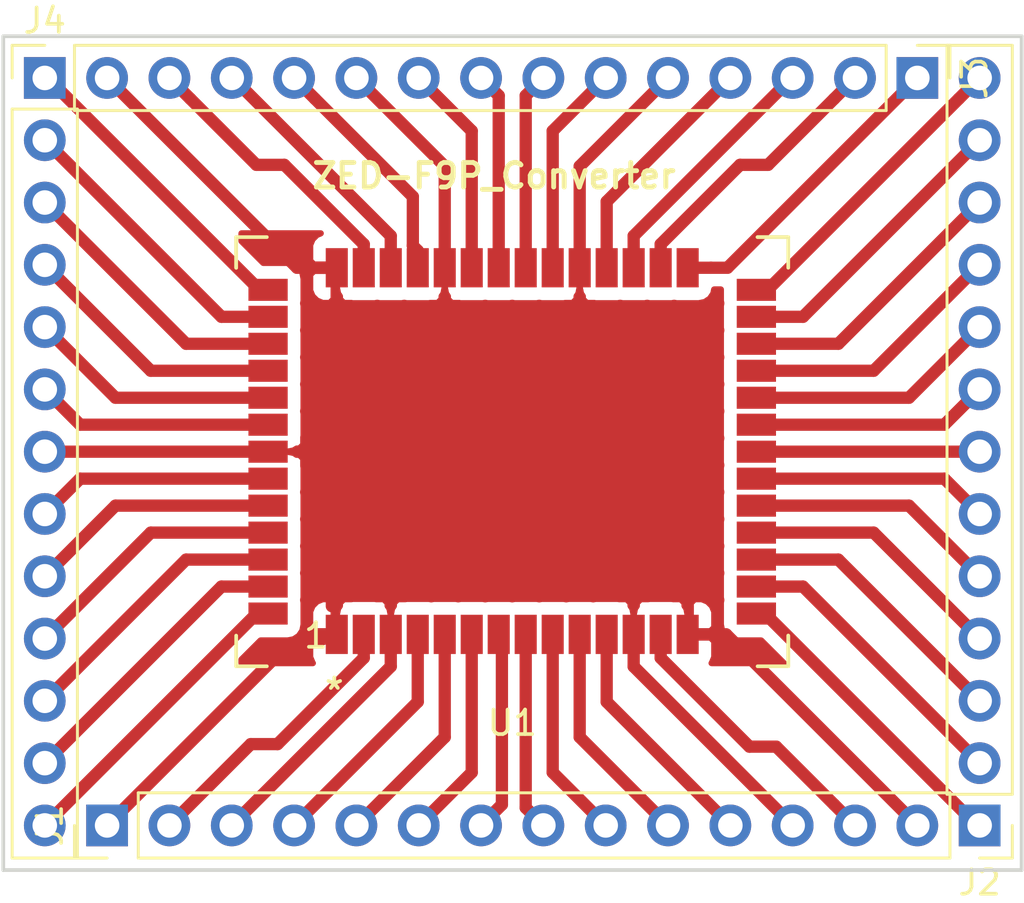
<source format=kicad_pcb>
(kicad_pcb (version 20171130) (host pcbnew "(5.0.2)-1")

  (general
    (thickness 1.6)
    (drawings 5)
    (tracks 134)
    (zones 0)
    (modules 5)
    (nets 48)
  )

  (page A4)
  (title_block
    (title ZED-F9P_Converter)
    (date 2020-04-05)
    (rev 1.0)
    (company Mechatroman)
  )

  (layers
    (0 F.Cu signal)
    (31 B.Cu signal)
    (32 B.Adhes user)
    (33 F.Adhes user)
    (34 B.Paste user)
    (35 F.Paste user)
    (36 B.SilkS user)
    (37 F.SilkS user)
    (38 B.Mask user)
    (39 F.Mask user)
    (40 Dwgs.User user)
    (41 Cmts.User user)
    (42 Eco1.User user)
    (43 Eco2.User user)
    (44 Edge.Cuts user)
    (45 Margin user)
    (46 B.CrtYd user)
    (47 F.CrtYd user)
    (48 B.Fab user)
    (49 F.Fab user hide)
  )

  (setup
    (last_trace_width 0.25)
    (user_trace_width 0.25)
    (user_trace_width 0.35)
    (user_trace_width 0.4)
    (user_trace_width 0.45)
    (user_trace_width 0.5)
    (trace_clearance 0.2)
    (zone_clearance 0.508)
    (zone_45_only no)
    (trace_min 0.2)
    (segment_width 0.2)
    (edge_width 0.15)
    (via_size 0.8)
    (via_drill 0.4)
    (via_min_size 0.4)
    (via_min_drill 0.3)
    (uvia_size 0.3)
    (uvia_drill 0.1)
    (uvias_allowed no)
    (uvia_min_size 0.2)
    (uvia_min_drill 0.1)
    (pcb_text_width 0.3)
    (pcb_text_size 1.5 1.5)
    (mod_edge_width 0.15)
    (mod_text_size 1 1)
    (mod_text_width 0.15)
    (pad_size 1.524 1.524)
    (pad_drill 0.762)
    (pad_to_mask_clearance 0.051)
    (solder_mask_min_width 0.25)
    (aux_axis_origin 0 0)
    (visible_elements 7FFFFFFF)
    (pcbplotparams
      (layerselection 0x01000_7fffffff)
      (usegerberextensions false)
      (usegerberattributes false)
      (usegerberadvancedattributes false)
      (creategerberjobfile false)
      (excludeedgelayer true)
      (linewidth 0.100000)
      (plotframeref false)
      (viasonmask false)
      (mode 1)
      (useauxorigin false)
      (hpglpennumber 1)
      (hpglpenspeed 20)
      (hpglpendiameter 15.000000)
      (psnegative false)
      (psa4output false)
      (plotreference true)
      (plotvalue true)
      (plotinvisibletext false)
      (padsonsilk false)
      (subtractmaskfromsilk false)
      (outputformat 1)
      (mirror false)
      (drillshape 0)
      (scaleselection 1)
      (outputdirectory ""))
  )

  (net 0 "")
  (net 1 "Net-(J1-Pad2)")
  (net 2 "Net-(J1-Pad4)")
  (net 3 "Net-(J1-Pad5)")
  (net 4 "Net-(J1-Pad6)")
  (net 5 "Net-(J1-Pad7)")
  (net 6 "Net-(J1-Pad8)")
  (net 7 "Net-(J1-Pad9)")
  (net 8 "Net-(J1-Pad10)")
  (net 9 "Net-(J1-Pad11)")
  (net 10 "Net-(J1-Pad13)")
  (net 11 "Net-(J2-Pad1)")
  (net 12 "Net-(J2-Pad2)")
  (net 13 "Net-(J2-Pad3)")
  (net 14 "Net-(J2-Pad4)")
  (net 15 "Net-(J2-Pad5)")
  (net 16 "Net-(J2-Pad6)")
  (net 17 "Net-(J2-Pad7)")
  (net 18 "Net-(J2-Pad8)")
  (net 19 "Net-(J2-Pad9)")
  (net 20 "Net-(J2-Pad10)")
  (net 21 "Net-(J2-Pad11)")
  (net 22 "Net-(J2-Pad12)")
  (net 23 "Net-(J2-Pad13)")
  (net 24 "Net-(J3-Pad13)")
  (net 25 "Net-(J3-Pad12)")
  (net 26 "Net-(J3-Pad11)")
  (net 27 "Net-(J3-Pad9)")
  (net 28 "Net-(J3-Pad8)")
  (net 29 "Net-(J3-Pad7)")
  (net 30 "Net-(J3-Pad6)")
  (net 31 "Net-(J3-Pad4)")
  (net 32 "Net-(J3-Pad3)")
  (net 33 "Net-(J3-Pad2)")
  (net 34 "Net-(J3-Pad1)")
  (net 35 "Net-(J4-Pad13)")
  (net 36 "Net-(J4-Pad12)")
  (net 37 "Net-(J4-Pad11)")
  (net 38 "Net-(J4-Pad10)")
  (net 39 "Net-(J4-Pad9)")
  (net 40 "Net-(J4-Pad8)")
  (net 41 "Net-(J4-Pad6)")
  (net 42 "Net-(J4-Pad5)")
  (net 43 "Net-(J4-Pad4)")
  (net 44 "Net-(J4-Pad3)")
  (net 45 "Net-(J4-Pad2)")
  (net 46 "Net-(J4-Pad1)")
  (net 47 GND)

  (net_class Default "これはデフォルトのネット クラスです。"
    (clearance 0.2)
    (trace_width 0.25)
    (via_dia 0.8)
    (via_drill 0.4)
    (uvia_dia 0.3)
    (uvia_drill 0.1)
    (add_net GND)
    (add_net "Net-(J1-Pad10)")
    (add_net "Net-(J1-Pad11)")
    (add_net "Net-(J1-Pad13)")
    (add_net "Net-(J1-Pad2)")
    (add_net "Net-(J1-Pad4)")
    (add_net "Net-(J1-Pad5)")
    (add_net "Net-(J1-Pad6)")
    (add_net "Net-(J1-Pad7)")
    (add_net "Net-(J1-Pad8)")
    (add_net "Net-(J1-Pad9)")
    (add_net "Net-(J2-Pad1)")
    (add_net "Net-(J2-Pad10)")
    (add_net "Net-(J2-Pad11)")
    (add_net "Net-(J2-Pad12)")
    (add_net "Net-(J2-Pad13)")
    (add_net "Net-(J2-Pad2)")
    (add_net "Net-(J2-Pad3)")
    (add_net "Net-(J2-Pad4)")
    (add_net "Net-(J2-Pad5)")
    (add_net "Net-(J2-Pad6)")
    (add_net "Net-(J2-Pad7)")
    (add_net "Net-(J2-Pad8)")
    (add_net "Net-(J2-Pad9)")
    (add_net "Net-(J3-Pad1)")
    (add_net "Net-(J3-Pad11)")
    (add_net "Net-(J3-Pad12)")
    (add_net "Net-(J3-Pad13)")
    (add_net "Net-(J3-Pad2)")
    (add_net "Net-(J3-Pad3)")
    (add_net "Net-(J3-Pad4)")
    (add_net "Net-(J3-Pad6)")
    (add_net "Net-(J3-Pad7)")
    (add_net "Net-(J3-Pad8)")
    (add_net "Net-(J3-Pad9)")
    (add_net "Net-(J4-Pad1)")
    (add_net "Net-(J4-Pad10)")
    (add_net "Net-(J4-Pad11)")
    (add_net "Net-(J4-Pad12)")
    (add_net "Net-(J4-Pad13)")
    (add_net "Net-(J4-Pad2)")
    (add_net "Net-(J4-Pad3)")
    (add_net "Net-(J4-Pad4)")
    (add_net "Net-(J4-Pad5)")
    (add_net "Net-(J4-Pad6)")
    (add_net "Net-(J4-Pad8)")
    (add_net "Net-(J4-Pad9)")
  )

  (module f9p:UBLOX_ZED_F9P (layer F.Cu) (tedit 5D9330BD) (tstamp 5E95E007)
    (at 143.24 114.44)
    (path /5E889DF9)
    (fp_text reference U1 (at 0 11.06) (layer F.SilkS)
      (effects (font (size 1 1) (thickness 0.15)))
    )
    (fp_text value Ublox_ZED_F9P (at 0 -11) (layer F.Fab)
      (effects (font (size 1 1) (thickness 0.15)))
    )
    (fp_line (start -11 -8.5) (end 11 -8.5) (layer F.Fab) (width 0.15))
    (fp_line (start -11 8.5) (end 11 8.5) (layer F.Fab) (width 0.15))
    (fp_line (start -11 8.5) (end -11 -8.5) (layer F.Fab) (width 0.15))
    (fp_line (start 11 8.5) (end 11 -8.5) (layer F.Fab) (width 0.15))
    (fp_line (start -11.25 7.5) (end -11.25 8.75) (layer F.SilkS) (width 0.15))
    (fp_line (start -11.25 8.75) (end -10 8.75) (layer F.SilkS) (width 0.15))
    (fp_line (start -11.25 -8.75) (end -11.25 -7.5) (layer F.SilkS) (width 0.15))
    (fp_line (start -11.25 -7.5) (end -11.25 -8.75) (layer F.SilkS) (width 0.15))
    (fp_line (start -11.25 -8.75) (end -10 -8.75) (layer F.SilkS) (width 0.15))
    (fp_line (start 11.25 -8.75) (end 11.25 -7.5) (layer F.SilkS) (width 0.15))
    (fp_line (start 11.25 -8.75) (end 10 -8.75) (layer F.SilkS) (width 0.15))
    (fp_line (start 10 -8.75) (end 11.25 -8.75) (layer F.SilkS) (width 0.15))
    (fp_line (start 11.25 8.75) (end 10 8.75) (layer F.SilkS) (width 0.15))
    (fp_line (start 11.25 7.5) (end 11.25 8.75) (layer F.SilkS) (width 0.15))
    (fp_line (start 11.25 8.75) (end 11.25 7.5) (layer F.SilkS) (width 0.15))
    (fp_text user 1 (at -8 7.5) (layer F.SilkS)
      (effects (font (size 1 1) (thickness 0.15)))
    )
    (fp_text user * (at -7.25 9.75) (layer F.SilkS)
      (effects (font (size 1 1) (thickness 0.15)))
    )
    (fp_line (start -11.5 9) (end -11.5 -9) (layer F.CrtYd) (width 0.15))
    (fp_line (start -11.5 -9) (end 11.5 -9) (layer F.CrtYd) (width 0.15))
    (fp_line (start 11.5 -9) (end 11.5 9) (layer F.CrtYd) (width 0.15))
    (fp_line (start 11.5 9) (end -11.5 9) (layer F.CrtYd) (width 0.15))
    (pad 0 smd rect (at 1.05 -5.25) (size 1.1 1.1) (layers F.Cu F.Paste F.Mask)
      (net 47 GND) (zone_connect 2))
    (pad 0 smd rect (at -3.15 -5.25) (size 1.1 1.1) (layers F.Cu F.Paste F.Mask)
      (net 47 GND) (zone_connect 2))
    (pad 0 smd rect (at 5.25 -5.25) (size 1.1 1.1) (layers F.Cu F.Paste F.Mask)
      (net 47 GND) (zone_connect 2))
    (pad 0 smd rect (at -1.05 -5.25) (size 1.1 1.1) (layers F.Cu F.Paste F.Mask)
      (net 47 GND) (zone_connect 2))
    (pad 0 smd rect (at -7.35 -5.25) (size 1.1 1.1) (layers F.Cu F.Paste F.Mask)
      (net 47 GND) (zone_connect 2))
    (pad 0 smd rect (at -5.25 -5.25) (size 1.1 1.1) (layers F.Cu F.Paste F.Mask)
      (net 47 GND) (zone_connect 2))
    (pad 0 smd rect (at 3.15 -5.25) (size 1.1 1.1) (layers F.Cu F.Paste F.Mask)
      (net 47 GND) (zone_connect 2))
    (pad 0 smd rect (at 7.35 -5.25) (size 1.1 1.1) (layers F.Cu F.Paste F.Mask)
      (net 47 GND) (zone_connect 2))
    (pad 0 smd rect (at -1.05 -3.15) (size 1.1 1.1) (layers F.Cu F.Paste F.Mask)
      (net 47 GND) (zone_connect 2))
    (pad 0 smd rect (at 7.35 -3.15) (size 1.1 1.1) (layers F.Cu F.Paste F.Mask)
      (net 47 GND) (zone_connect 2))
    (pad 0 smd rect (at 1.05 -3.15) (size 1.1 1.1) (layers F.Cu F.Paste F.Mask)
      (net 47 GND) (zone_connect 2))
    (pad 0 smd rect (at -3.15 -3.15) (size 1.1 1.1) (layers F.Cu F.Paste F.Mask)
      (net 47 GND) (zone_connect 2))
    (pad 0 smd rect (at 5.25 -3.15) (size 1.1 1.1) (layers F.Cu F.Paste F.Mask)
      (net 47 GND) (zone_connect 2))
    (pad 0 smd rect (at -7.35 -3.15) (size 1.1 1.1) (layers F.Cu F.Paste F.Mask)
      (net 47 GND) (zone_connect 2))
    (pad 0 smd rect (at 3.15 -3.15) (size 1.1 1.1) (layers F.Cu F.Paste F.Mask)
      (net 47 GND) (zone_connect 2))
    (pad 0 smd rect (at -5.25 -3.15) (size 1.1 1.1) (layers F.Cu F.Paste F.Mask)
      (net 47 GND) (zone_connect 2))
    (pad 0 smd rect (at -3.15 -1.05) (size 1.1 1.1) (layers F.Cu F.Paste F.Mask)
      (net 47 GND) (zone_connect 2))
    (pad 0 smd rect (at 5.25 -1.05) (size 1.1 1.1) (layers F.Cu F.Paste F.Mask)
      (net 47 GND) (zone_connect 2))
    (pad 0 smd rect (at -7.35 -1.05) (size 1.1 1.1) (layers F.Cu F.Paste F.Mask)
      (net 47 GND) (zone_connect 2))
    (pad 0 smd rect (at 1.05 -1.05) (size 1.1 1.1) (layers F.Cu F.Paste F.Mask)
      (net 47 GND) (zone_connect 2))
    (pad 0 smd rect (at 7.35 -1.05) (size 1.1 1.1) (layers F.Cu F.Paste F.Mask)
      (net 47 GND) (zone_connect 2))
    (pad 0 smd rect (at 3.15 -1.05) (size 1.1 1.1) (layers F.Cu F.Paste F.Mask)
      (net 47 GND) (zone_connect 2))
    (pad 0 smd rect (at -1.05 -1.05) (size 1.1 1.1) (layers F.Cu F.Paste F.Mask)
      (net 47 GND) (zone_connect 2))
    (pad 0 smd rect (at -5.25 -1.05) (size 1.1 1.1) (layers F.Cu F.Paste F.Mask)
      (net 47 GND) (zone_connect 2))
    (pad 0 smd rect (at -3.15 1.05) (size 1.1 1.1) (layers F.Cu F.Paste F.Mask)
      (net 47 GND) (zone_connect 2))
    (pad 0 smd rect (at 1.05 1.05) (size 1.1 1.1) (layers F.Cu F.Paste F.Mask)
      (net 47 GND) (zone_connect 2))
    (pad 0 smd rect (at 5.25 1.05) (size 1.1 1.1) (layers F.Cu F.Paste F.Mask)
      (net 47 GND) (zone_connect 2))
    (pad 0 smd rect (at 7.35 1.05) (size 1.1 1.1) (layers F.Cu F.Paste F.Mask)
      (net 47 GND) (zone_connect 2))
    (pad 0 smd rect (at -1.05 1.05) (size 1.1 1.1) (layers F.Cu F.Paste F.Mask)
      (net 47 GND) (zone_connect 2))
    (pad 0 smd rect (at -7.35 1.05) (size 1.1 1.1) (layers F.Cu F.Paste F.Mask)
      (net 47 GND) (zone_connect 2))
    (pad 0 smd rect (at -5.25 1.05) (size 1.1 1.1) (layers F.Cu F.Paste F.Mask)
      (net 47 GND) (zone_connect 2))
    (pad 0 smd rect (at 3.15 1.05) (size 1.1 1.1) (layers F.Cu F.Paste F.Mask)
      (net 47 GND) (zone_connect 2))
    (pad 0 smd rect (at -3.15 3.15) (size 1.1 1.1) (layers F.Cu F.Paste F.Mask)
      (net 47 GND) (zone_connect 2))
    (pad 0 smd rect (at 1.05 3.15) (size 1.1 1.1) (layers F.Cu F.Paste F.Mask)
      (net 47 GND) (zone_connect 2))
    (pad 0 smd rect (at -1.05 3.15) (size 1.1 1.1) (layers F.Cu F.Paste F.Mask)
      (net 47 GND) (zone_connect 2))
    (pad 0 smd rect (at -7.35 3.15) (size 1.1 1.1) (layers F.Cu F.Paste F.Mask)
      (net 47 GND) (zone_connect 2))
    (pad 0 smd rect (at 5.25 3.15) (size 1.1 1.1) (layers F.Cu F.Paste F.Mask)
      (net 47 GND) (zone_connect 2))
    (pad 0 smd rect (at 7.35 3.15) (size 1.1 1.1) (layers F.Cu F.Paste F.Mask)
      (net 47 GND) (zone_connect 2))
    (pad 0 smd rect (at -5.25 3.15) (size 1.1 1.1) (layers F.Cu F.Paste F.Mask)
      (net 47 GND) (zone_connect 2))
    (pad 0 smd rect (at 3.15 3.15) (size 1.1 1.1) (layers F.Cu F.Paste F.Mask)
      (net 47 GND) (zone_connect 2))
    (pad 0 smd rect (at 7.35 5.25) (size 1.1 1.1) (layers F.Cu F.Paste F.Mask)
      (net 47 GND) (zone_connect 2))
    (pad 0 smd rect (at 5.25 5.25) (size 1.1 1.1) (layers F.Cu F.Paste F.Mask)
      (net 47 GND) (zone_connect 2))
    (pad 0 smd rect (at 3.15 5.25) (size 1.1 1.1) (layers F.Cu F.Paste F.Mask)
      (net 47 GND) (zone_connect 2))
    (pad 0 smd rect (at 1.05 5.25) (size 1.1 1.1) (layers F.Cu F.Paste F.Mask)
      (net 47 GND) (zone_connect 2))
    (pad 0 smd rect (at -1.05 5.25) (size 1.1 1.1) (layers F.Cu F.Paste F.Mask)
      (net 47 GND) (zone_connect 2))
    (pad 0 smd rect (at -3.15 5.25) (size 1.1 1.1) (layers F.Cu F.Paste F.Mask)
      (net 47 GND) (zone_connect 2))
    (pad 0 smd rect (at -5.25 5.25) (size 1.1 1.1) (layers F.Cu F.Paste F.Mask)
      (net 47 GND) (zone_connect 2))
    (pad 0 smd rect (at -7.35 5.25) (size 1.1 1.1) (layers F.Cu F.Paste F.Mask)
      (net 47 GND) (zone_connect 2))
    (pad 52 smd rect (at -9.95 4.4) (size 1.6 0.9) (layers F.Cu F.Paste F.Mask)
      (net 37 "Net-(J4-Pad11)"))
    (pad 42 smd rect (at -9.95 -6.6) (size 1.6 0.9) (layers F.Cu F.Paste F.Mask)
      (net 46 "Net-(J4-Pad1)"))
    (pad 47 smd rect (at -9.95 -1.1) (size 1.6 0.9) (layers F.Cu F.Paste F.Mask)
      (net 41 "Net-(J4-Pad6)"))
    (pad 49 smd rect (at -9.95 1.1) (size 1.6 0.9) (layers F.Cu F.Paste F.Mask)
      (net 40 "Net-(J4-Pad8)"))
    (pad 44 smd rect (at -9.95 -4.4) (size 1.6 0.9) (layers F.Cu F.Paste F.Mask)
      (net 44 "Net-(J4-Pad3)"))
    (pad 46 smd rect (at -9.95 -2.2) (size 1.6 0.9) (layers F.Cu F.Paste F.Mask)
      (net 42 "Net-(J4-Pad5)"))
    (pad 54 smd rect (at -9.95 6.6) (size 1.6 0.9) (layers F.Cu F.Paste F.Mask)
      (net 35 "Net-(J4-Pad13)"))
    (pad 48 smd rect (at -9.95 0) (size 1.6 0.9) (layers F.Cu F.Paste F.Mask)
      (net 47 GND))
    (pad 45 smd rect (at -9.95 -3.3) (size 1.6 0.9) (layers F.Cu F.Paste F.Mask)
      (net 43 "Net-(J4-Pad4)"))
    (pad 50 smd rect (at -9.95 2.2) (size 1.6 0.9) (layers F.Cu F.Paste F.Mask)
      (net 39 "Net-(J4-Pad9)"))
    (pad 53 smd rect (at -9.95 5.5) (size 1.6 0.9) (layers F.Cu F.Paste F.Mask)
      (net 36 "Net-(J4-Pad12)"))
    (pad 51 smd rect (at -9.95 3.3) (size 1.6 0.9) (layers F.Cu F.Paste F.Mask)
      (net 38 "Net-(J4-Pad10)"))
    (pad 43 smd rect (at -9.95 -5.5) (size 1.6 0.9) (layers F.Cu F.Paste F.Mask)
      (net 45 "Net-(J4-Pad2)"))
    (pad 27 smd rect (at 9.95 -6.6) (size 1.6 0.9) (layers F.Cu F.Paste F.Mask)
      (net 23 "Net-(J2-Pad13)"))
    (pad 26 smd rect (at 9.95 -5.5) (size 1.6 0.9) (layers F.Cu F.Paste F.Mask)
      (net 22 "Net-(J2-Pad12)"))
    (pad 25 smd rect (at 9.95 -4.4) (size 1.6 0.9) (layers F.Cu F.Paste F.Mask)
      (net 21 "Net-(J2-Pad11)"))
    (pad 24 smd rect (at 9.95 -3.3) (size 1.6 0.9) (layers F.Cu F.Paste F.Mask)
      (net 20 "Net-(J2-Pad10)"))
    (pad 23 smd rect (at 9.95 -2.2) (size 1.6 0.9) (layers F.Cu F.Paste F.Mask)
      (net 19 "Net-(J2-Pad9)"))
    (pad 22 smd rect (at 9.95 -1.1) (size 1.6 0.9) (layers F.Cu F.Paste F.Mask)
      (net 18 "Net-(J2-Pad8)"))
    (pad 21 smd rect (at 9.95 0) (size 1.6 0.9) (layers F.Cu F.Paste F.Mask)
      (net 17 "Net-(J2-Pad7)"))
    (pad 20 smd rect (at 9.95 1.1) (size 1.6 0.9) (layers F.Cu F.Paste F.Mask)
      (net 16 "Net-(J2-Pad6)"))
    (pad 19 smd rect (at 9.95 2.2) (size 1.6 0.9) (layers F.Cu F.Paste F.Mask)
      (net 15 "Net-(J2-Pad5)"))
    (pad 18 smd rect (at 9.95 3.3) (size 1.6 0.9) (layers F.Cu F.Paste F.Mask)
      (net 14 "Net-(J2-Pad4)"))
    (pad 17 smd rect (at 9.95 4.4) (size 1.6 0.9) (layers F.Cu F.Paste F.Mask)
      (net 13 "Net-(J2-Pad3)"))
    (pad 16 smd rect (at 9.95 5.5) (size 1.6 0.9) (layers F.Cu F.Paste F.Mask)
      (net 12 "Net-(J2-Pad2)"))
    (pad 15 smd rect (at 9.95 6.6) (size 1.6 0.9) (layers F.Cu F.Paste F.Mask)
      (net 11 "Net-(J2-Pad1)"))
    (pad 33 smd rect (at 1.65 -7.5) (size 0.9 1.6) (layers F.Cu F.Paste F.Mask)
      (net 30 "Net-(J3-Pad6)"))
    (pad 34 smd rect (at 0.55 -7.5) (size 0.9 1.6) (layers F.Cu F.Paste F.Mask)
      (net 29 "Net-(J3-Pad7)"))
    (pad 35 smd rect (at -0.55 -7.5) (size 0.9 1.6) (layers F.Cu F.Paste F.Mask)
      (net 28 "Net-(J3-Pad8)"))
    (pad 37 smd rect (at -2.75 -7.5) (size 0.9 1.6) (layers F.Cu F.Paste F.Mask)
      (net 47 GND))
    (pad 32 smd rect (at 2.75 -7.5) (size 0.9 1.6) (layers F.Cu F.Paste F.Mask)
      (net 47 GND))
    (pad 39 smd rect (at -4.95 -7.5) (size 0.9 1.6) (layers F.Cu F.Paste F.Mask)
      (net 25 "Net-(J3-Pad12)"))
    (pad 38 smd rect (at -3.85 -7.5) (size 0.9 1.6) (layers F.Cu F.Paste F.Mask)
      (net 26 "Net-(J3-Pad11)"))
    (pad 28 smd rect (at 7.15 -7.5) (size 0.9 1.6) (layers F.Cu F.Paste F.Mask)
      (net 34 "Net-(J3-Pad1)"))
    (pad 41 smd rect (at -7.15 -7.5) (size 0.9 1.6) (layers F.Cu F.Paste F.Mask)
      (net 47 GND))
    (pad 40 smd rect (at -6.05 -7.5) (size 0.9 1.6) (layers F.Cu F.Paste F.Mask)
      (net 24 "Net-(J3-Pad13)"))
    (pad 29 smd rect (at 6.05 -7.5) (size 0.9 1.6) (layers F.Cu F.Paste F.Mask)
      (net 33 "Net-(J3-Pad2)"))
    (pad 36 smd rect (at -1.65 -7.5) (size 0.9 1.6) (layers F.Cu F.Paste F.Mask)
      (net 27 "Net-(J3-Pad9)"))
    (pad 31 smd rect (at 3.85 -7.5) (size 0.9 1.6) (layers F.Cu F.Paste F.Mask)
      (net 31 "Net-(J3-Pad4)"))
    (pad 30 smd rect (at 4.95 -7.5) (size 0.9 1.6) (layers F.Cu F.Paste F.Mask)
      (net 32 "Net-(J3-Pad3)"))
    (pad 14 smd rect (at 7.15 7.45) (size 0.9 1.6) (layers F.Cu F.Paste F.Mask)
      (net 47 GND))
    (pad 13 smd rect (at 6.05 7.45) (size 0.9 1.6) (layers F.Cu F.Paste F.Mask)
      (net 10 "Net-(J1-Pad13)"))
    (pad 12 smd rect (at 4.95 7.45) (size 0.9 1.6) (layers F.Cu F.Paste F.Mask)
      (net 47 GND))
    (pad 11 smd rect (at 3.85 7.45) (size 0.9 1.6) (layers F.Cu F.Paste F.Mask)
      (net 9 "Net-(J1-Pad11)"))
    (pad 10 smd rect (at 2.75 7.45) (size 0.9 1.6) (layers F.Cu F.Paste F.Mask)
      (net 8 "Net-(J1-Pad10)"))
    (pad 9 smd rect (at 1.65 7.45) (size 0.9 1.6) (layers F.Cu F.Paste F.Mask)
      (net 7 "Net-(J1-Pad9)"))
    (pad 8 smd rect (at 0.55 7.45) (size 0.9 1.6) (layers F.Cu F.Paste F.Mask)
      (net 6 "Net-(J1-Pad8)"))
    (pad 7 smd rect (at -0.55 7.45) (size 0.9 1.6) (layers F.Cu F.Paste F.Mask)
      (net 5 "Net-(J1-Pad7)"))
    (pad 6 smd rect (at -1.65 7.45) (size 0.9 1.6) (layers F.Cu F.Paste F.Mask)
      (net 4 "Net-(J1-Pad6)"))
    (pad 5 smd rect (at -2.75 7.45) (size 0.9 1.6) (layers F.Cu F.Paste F.Mask)
      (net 3 "Net-(J1-Pad5)"))
    (pad 4 smd rect (at -3.85 7.45) (size 0.9 1.6) (layers F.Cu F.Paste F.Mask)
      (net 2 "Net-(J1-Pad4)"))
    (pad 3 smd rect (at -4.95 7.45) (size 0.9 1.6) (layers F.Cu F.Paste F.Mask)
      (net 47 GND))
    (pad 2 smd rect (at -6.05 7.45) (size 0.9 1.6) (layers F.Cu F.Paste F.Mask)
      (net 1 "Net-(J1-Pad2)"))
    (pad 1 smd rect (at -7.15 7.45) (size 0.9 1.6) (layers F.Cu F.Paste F.Mask)
      (net 47 GND))
  )

  (module Connector_PinHeader_2.54mm:PinHeader_1x14_P2.54mm_Vertical (layer F.Cu) (tedit 59FED5CC) (tstamp 5EA2E514)
    (at 126.73 129.68 90)
    (descr "Through hole straight pin header, 1x14, 2.54mm pitch, single row")
    (tags "Through hole pin header THT 1x14 2.54mm single row")
    (path /5E88A845)
    (fp_text reference J1 (at 0 -2.33 90) (layer F.SilkS)
      (effects (font (size 1 1) (thickness 0.15)))
    )
    (fp_text value Conn_01x14 (at 0 35.35 90) (layer F.Fab)
      (effects (font (size 1 1) (thickness 0.15)))
    )
    (fp_line (start -0.635 -1.27) (end 1.27 -1.27) (layer F.Fab) (width 0.1))
    (fp_line (start 1.27 -1.27) (end 1.27 34.29) (layer F.Fab) (width 0.1))
    (fp_line (start 1.27 34.29) (end -1.27 34.29) (layer F.Fab) (width 0.1))
    (fp_line (start -1.27 34.29) (end -1.27 -0.635) (layer F.Fab) (width 0.1))
    (fp_line (start -1.27 -0.635) (end -0.635 -1.27) (layer F.Fab) (width 0.1))
    (fp_line (start -1.33 34.35) (end 1.33 34.35) (layer F.SilkS) (width 0.12))
    (fp_line (start -1.33 1.27) (end -1.33 34.35) (layer F.SilkS) (width 0.12))
    (fp_line (start 1.33 1.27) (end 1.33 34.35) (layer F.SilkS) (width 0.12))
    (fp_line (start -1.33 1.27) (end 1.33 1.27) (layer F.SilkS) (width 0.12))
    (fp_line (start -1.33 0) (end -1.33 -1.33) (layer F.SilkS) (width 0.12))
    (fp_line (start -1.33 -1.33) (end 0 -1.33) (layer F.SilkS) (width 0.12))
    (fp_line (start -1.8 -1.8) (end -1.8 34.8) (layer F.CrtYd) (width 0.05))
    (fp_line (start -1.8 34.8) (end 1.8 34.8) (layer F.CrtYd) (width 0.05))
    (fp_line (start 1.8 34.8) (end 1.8 -1.8) (layer F.CrtYd) (width 0.05))
    (fp_line (start 1.8 -1.8) (end -1.8 -1.8) (layer F.CrtYd) (width 0.05))
    (fp_text user %R (at 0 16.51 180) (layer F.Fab)
      (effects (font (size 1 1) (thickness 0.15)))
    )
    (pad 1 thru_hole rect (at 0 0 90) (size 1.7 1.7) (drill 1) (layers *.Cu *.Mask)
      (net 47 GND))
    (pad 2 thru_hole oval (at 0 2.54 90) (size 1.7 1.7) (drill 1) (layers *.Cu *.Mask)
      (net 1 "Net-(J1-Pad2)"))
    (pad 3 thru_hole oval (at 0 5.08 90) (size 1.7 1.7) (drill 1) (layers *.Cu *.Mask)
      (net 47 GND))
    (pad 4 thru_hole oval (at 0 7.62 90) (size 1.7 1.7) (drill 1) (layers *.Cu *.Mask)
      (net 2 "Net-(J1-Pad4)"))
    (pad 5 thru_hole oval (at 0 10.16 90) (size 1.7 1.7) (drill 1) (layers *.Cu *.Mask)
      (net 3 "Net-(J1-Pad5)"))
    (pad 6 thru_hole oval (at 0 12.7 90) (size 1.7 1.7) (drill 1) (layers *.Cu *.Mask)
      (net 4 "Net-(J1-Pad6)"))
    (pad 7 thru_hole oval (at 0 15.24 90) (size 1.7 1.7) (drill 1) (layers *.Cu *.Mask)
      (net 5 "Net-(J1-Pad7)"))
    (pad 8 thru_hole oval (at 0 17.78 90) (size 1.7 1.7) (drill 1) (layers *.Cu *.Mask)
      (net 6 "Net-(J1-Pad8)"))
    (pad 9 thru_hole oval (at 0 20.32 90) (size 1.7 1.7) (drill 1) (layers *.Cu *.Mask)
      (net 7 "Net-(J1-Pad9)"))
    (pad 10 thru_hole oval (at 0 22.86 90) (size 1.7 1.7) (drill 1) (layers *.Cu *.Mask)
      (net 8 "Net-(J1-Pad10)"))
    (pad 11 thru_hole oval (at 0 25.4 90) (size 1.7 1.7) (drill 1) (layers *.Cu *.Mask)
      (net 9 "Net-(J1-Pad11)"))
    (pad 12 thru_hole oval (at 0 27.94 90) (size 1.7 1.7) (drill 1) (layers *.Cu *.Mask)
      (net 47 GND))
    (pad 13 thru_hole oval (at 0 30.48 90) (size 1.7 1.7) (drill 1) (layers *.Cu *.Mask)
      (net 10 "Net-(J1-Pad13)"))
    (pad 14 thru_hole oval (at 0 33.02 90) (size 1.7 1.7) (drill 1) (layers *.Cu *.Mask)
      (net 47 GND))
    (model ${KISYS3DMOD}/Connector_PinHeader_2.54mm.3dshapes/PinHeader_1x14_P2.54mm_Vertical.wrl
      (at (xyz 0 0 0))
      (scale (xyz 1 1 1))
      (rotate (xyz 0 0 0))
    )
  )

  (module Connector_PinHeader_2.54mm:PinHeader_1x13_P2.54mm_Vertical (layer F.Cu) (tedit 59FED5CC) (tstamp 5EA2E535)
    (at 162.29 129.68 180)
    (descr "Through hole straight pin header, 1x13, 2.54mm pitch, single row")
    (tags "Through hole pin header THT 1x13 2.54mm single row")
    (path /5E88A97D)
    (fp_text reference J2 (at 0 -2.33 180) (layer F.SilkS)
      (effects (font (size 1 1) (thickness 0.15)))
    )
    (fp_text value Conn_01x13 (at 0 32.81 180) (layer F.Fab)
      (effects (font (size 1 1) (thickness 0.15)))
    )
    (fp_line (start -0.635 -1.27) (end 1.27 -1.27) (layer F.Fab) (width 0.1))
    (fp_line (start 1.27 -1.27) (end 1.27 31.75) (layer F.Fab) (width 0.1))
    (fp_line (start 1.27 31.75) (end -1.27 31.75) (layer F.Fab) (width 0.1))
    (fp_line (start -1.27 31.75) (end -1.27 -0.635) (layer F.Fab) (width 0.1))
    (fp_line (start -1.27 -0.635) (end -0.635 -1.27) (layer F.Fab) (width 0.1))
    (fp_line (start -1.33 31.81) (end 1.33 31.81) (layer F.SilkS) (width 0.12))
    (fp_line (start -1.33 1.27) (end -1.33 31.81) (layer F.SilkS) (width 0.12))
    (fp_line (start 1.33 1.27) (end 1.33 31.81) (layer F.SilkS) (width 0.12))
    (fp_line (start -1.33 1.27) (end 1.33 1.27) (layer F.SilkS) (width 0.12))
    (fp_line (start -1.33 0) (end -1.33 -1.33) (layer F.SilkS) (width 0.12))
    (fp_line (start -1.33 -1.33) (end 0 -1.33) (layer F.SilkS) (width 0.12))
    (fp_line (start -1.8 -1.8) (end -1.8 32.25) (layer F.CrtYd) (width 0.05))
    (fp_line (start -1.8 32.25) (end 1.8 32.25) (layer F.CrtYd) (width 0.05))
    (fp_line (start 1.8 32.25) (end 1.8 -1.8) (layer F.CrtYd) (width 0.05))
    (fp_line (start 1.8 -1.8) (end -1.8 -1.8) (layer F.CrtYd) (width 0.05))
    (fp_text user %R (at 0 15.24 270) (layer F.Fab)
      (effects (font (size 1 1) (thickness 0.15)))
    )
    (pad 1 thru_hole rect (at 0 0 180) (size 1.7 1.7) (drill 1) (layers *.Cu *.Mask)
      (net 11 "Net-(J2-Pad1)"))
    (pad 2 thru_hole oval (at 0 2.54 180) (size 1.7 1.7) (drill 1) (layers *.Cu *.Mask)
      (net 12 "Net-(J2-Pad2)"))
    (pad 3 thru_hole oval (at 0 5.08 180) (size 1.7 1.7) (drill 1) (layers *.Cu *.Mask)
      (net 13 "Net-(J2-Pad3)"))
    (pad 4 thru_hole oval (at 0 7.62 180) (size 1.7 1.7) (drill 1) (layers *.Cu *.Mask)
      (net 14 "Net-(J2-Pad4)"))
    (pad 5 thru_hole oval (at 0 10.16 180) (size 1.7 1.7) (drill 1) (layers *.Cu *.Mask)
      (net 15 "Net-(J2-Pad5)"))
    (pad 6 thru_hole oval (at 0 12.7 180) (size 1.7 1.7) (drill 1) (layers *.Cu *.Mask)
      (net 16 "Net-(J2-Pad6)"))
    (pad 7 thru_hole oval (at 0 15.24 180) (size 1.7 1.7) (drill 1) (layers *.Cu *.Mask)
      (net 17 "Net-(J2-Pad7)"))
    (pad 8 thru_hole oval (at 0 17.78 180) (size 1.7 1.7) (drill 1) (layers *.Cu *.Mask)
      (net 18 "Net-(J2-Pad8)"))
    (pad 9 thru_hole oval (at 0 20.32 180) (size 1.7 1.7) (drill 1) (layers *.Cu *.Mask)
      (net 19 "Net-(J2-Pad9)"))
    (pad 10 thru_hole oval (at 0 22.86 180) (size 1.7 1.7) (drill 1) (layers *.Cu *.Mask)
      (net 20 "Net-(J2-Pad10)"))
    (pad 11 thru_hole oval (at 0 25.4 180) (size 1.7 1.7) (drill 1) (layers *.Cu *.Mask)
      (net 21 "Net-(J2-Pad11)"))
    (pad 12 thru_hole oval (at 0 27.94 180) (size 1.7 1.7) (drill 1) (layers *.Cu *.Mask)
      (net 22 "Net-(J2-Pad12)"))
    (pad 13 thru_hole oval (at 0 30.48 180) (size 1.7 1.7) (drill 1) (layers *.Cu *.Mask)
      (net 23 "Net-(J2-Pad13)"))
    (model ${KISYS3DMOD}/Connector_PinHeader_2.54mm.3dshapes/PinHeader_1x13_P2.54mm_Vertical.wrl
      (at (xyz 0 0 0))
      (scale (xyz 1 1 1))
      (rotate (xyz 0 0 0))
    )
  )

  (module Connector_PinHeader_2.54mm:PinHeader_1x14_P2.54mm_Vertical (layer F.Cu) (tedit 59FED5CC) (tstamp 5EA2E557)
    (at 159.75 99.2 270)
    (descr "Through hole straight pin header, 1x14, 2.54mm pitch, single row")
    (tags "Through hole pin header THT 1x14 2.54mm single row")
    (path /5E88A8DD)
    (fp_text reference J3 (at 0 -2.33 270) (layer F.SilkS)
      (effects (font (size 1 1) (thickness 0.15)))
    )
    (fp_text value Conn_01x14 (at 0 35.35 270) (layer F.Fab)
      (effects (font (size 1 1) (thickness 0.15)))
    )
    (fp_text user %R (at 0 16.51) (layer F.Fab)
      (effects (font (size 1 1) (thickness 0.15)))
    )
    (fp_line (start 1.8 -1.8) (end -1.8 -1.8) (layer F.CrtYd) (width 0.05))
    (fp_line (start 1.8 34.8) (end 1.8 -1.8) (layer F.CrtYd) (width 0.05))
    (fp_line (start -1.8 34.8) (end 1.8 34.8) (layer F.CrtYd) (width 0.05))
    (fp_line (start -1.8 -1.8) (end -1.8 34.8) (layer F.CrtYd) (width 0.05))
    (fp_line (start -1.33 -1.33) (end 0 -1.33) (layer F.SilkS) (width 0.12))
    (fp_line (start -1.33 0) (end -1.33 -1.33) (layer F.SilkS) (width 0.12))
    (fp_line (start -1.33 1.27) (end 1.33 1.27) (layer F.SilkS) (width 0.12))
    (fp_line (start 1.33 1.27) (end 1.33 34.35) (layer F.SilkS) (width 0.12))
    (fp_line (start -1.33 1.27) (end -1.33 34.35) (layer F.SilkS) (width 0.12))
    (fp_line (start -1.33 34.35) (end 1.33 34.35) (layer F.SilkS) (width 0.12))
    (fp_line (start -1.27 -0.635) (end -0.635 -1.27) (layer F.Fab) (width 0.1))
    (fp_line (start -1.27 34.29) (end -1.27 -0.635) (layer F.Fab) (width 0.1))
    (fp_line (start 1.27 34.29) (end -1.27 34.29) (layer F.Fab) (width 0.1))
    (fp_line (start 1.27 -1.27) (end 1.27 34.29) (layer F.Fab) (width 0.1))
    (fp_line (start -0.635 -1.27) (end 1.27 -1.27) (layer F.Fab) (width 0.1))
    (pad 14 thru_hole oval (at 0 33.02 270) (size 1.7 1.7) (drill 1) (layers *.Cu *.Mask)
      (net 47 GND))
    (pad 13 thru_hole oval (at 0 30.48 270) (size 1.7 1.7) (drill 1) (layers *.Cu *.Mask)
      (net 24 "Net-(J3-Pad13)"))
    (pad 12 thru_hole oval (at 0 27.94 270) (size 1.7 1.7) (drill 1) (layers *.Cu *.Mask)
      (net 25 "Net-(J3-Pad12)"))
    (pad 11 thru_hole oval (at 0 25.4 270) (size 1.7 1.7) (drill 1) (layers *.Cu *.Mask)
      (net 26 "Net-(J3-Pad11)"))
    (pad 10 thru_hole oval (at 0 22.86 270) (size 1.7 1.7) (drill 1) (layers *.Cu *.Mask)
      (net 47 GND))
    (pad 9 thru_hole oval (at 0 20.32 270) (size 1.7 1.7) (drill 1) (layers *.Cu *.Mask)
      (net 27 "Net-(J3-Pad9)"))
    (pad 8 thru_hole oval (at 0 17.78 270) (size 1.7 1.7) (drill 1) (layers *.Cu *.Mask)
      (net 28 "Net-(J3-Pad8)"))
    (pad 7 thru_hole oval (at 0 15.24 270) (size 1.7 1.7) (drill 1) (layers *.Cu *.Mask)
      (net 29 "Net-(J3-Pad7)"))
    (pad 6 thru_hole oval (at 0 12.7 270) (size 1.7 1.7) (drill 1) (layers *.Cu *.Mask)
      (net 30 "Net-(J3-Pad6)"))
    (pad 5 thru_hole oval (at 0 10.16 270) (size 1.7 1.7) (drill 1) (layers *.Cu *.Mask)
      (net 47 GND))
    (pad 4 thru_hole oval (at 0 7.62 270) (size 1.7 1.7) (drill 1) (layers *.Cu *.Mask)
      (net 31 "Net-(J3-Pad4)"))
    (pad 3 thru_hole oval (at 0 5.08 270) (size 1.7 1.7) (drill 1) (layers *.Cu *.Mask)
      (net 32 "Net-(J3-Pad3)"))
    (pad 2 thru_hole oval (at 0 2.54 270) (size 1.7 1.7) (drill 1) (layers *.Cu *.Mask)
      (net 33 "Net-(J3-Pad2)"))
    (pad 1 thru_hole rect (at 0 0 270) (size 1.7 1.7) (drill 1) (layers *.Cu *.Mask)
      (net 34 "Net-(J3-Pad1)"))
    (model ${KISYS3DMOD}/Connector_PinHeader_2.54mm.3dshapes/PinHeader_1x14_P2.54mm_Vertical.wrl
      (at (xyz 0 0 0))
      (scale (xyz 1 1 1))
      (rotate (xyz 0 0 0))
    )
  )

  (module Connector_PinHeader_2.54mm:PinHeader_1x13_P2.54mm_Vertical (layer F.Cu) (tedit 59FED5CC) (tstamp 5EA2E578)
    (at 124.19 99.2)
    (descr "Through hole straight pin header, 1x13, 2.54mm pitch, single row")
    (tags "Through hole pin header THT 1x13 2.54mm single row")
    (path /5E88A9C9)
    (fp_text reference J4 (at 0 -2.33) (layer F.SilkS)
      (effects (font (size 1 1) (thickness 0.15)))
    )
    (fp_text value Conn_01x13 (at 0 32.81) (layer F.Fab)
      (effects (font (size 1 1) (thickness 0.15)))
    )
    (fp_text user %R (at 0 15.24 90) (layer F.Fab)
      (effects (font (size 1 1) (thickness 0.15)))
    )
    (fp_line (start 1.8 -1.8) (end -1.8 -1.8) (layer F.CrtYd) (width 0.05))
    (fp_line (start 1.8 32.25) (end 1.8 -1.8) (layer F.CrtYd) (width 0.05))
    (fp_line (start -1.8 32.25) (end 1.8 32.25) (layer F.CrtYd) (width 0.05))
    (fp_line (start -1.8 -1.8) (end -1.8 32.25) (layer F.CrtYd) (width 0.05))
    (fp_line (start -1.33 -1.33) (end 0 -1.33) (layer F.SilkS) (width 0.12))
    (fp_line (start -1.33 0) (end -1.33 -1.33) (layer F.SilkS) (width 0.12))
    (fp_line (start -1.33 1.27) (end 1.33 1.27) (layer F.SilkS) (width 0.12))
    (fp_line (start 1.33 1.27) (end 1.33 31.81) (layer F.SilkS) (width 0.12))
    (fp_line (start -1.33 1.27) (end -1.33 31.81) (layer F.SilkS) (width 0.12))
    (fp_line (start -1.33 31.81) (end 1.33 31.81) (layer F.SilkS) (width 0.12))
    (fp_line (start -1.27 -0.635) (end -0.635 -1.27) (layer F.Fab) (width 0.1))
    (fp_line (start -1.27 31.75) (end -1.27 -0.635) (layer F.Fab) (width 0.1))
    (fp_line (start 1.27 31.75) (end -1.27 31.75) (layer F.Fab) (width 0.1))
    (fp_line (start 1.27 -1.27) (end 1.27 31.75) (layer F.Fab) (width 0.1))
    (fp_line (start -0.635 -1.27) (end 1.27 -1.27) (layer F.Fab) (width 0.1))
    (pad 13 thru_hole oval (at 0 30.48) (size 1.7 1.7) (drill 1) (layers *.Cu *.Mask)
      (net 35 "Net-(J4-Pad13)"))
    (pad 12 thru_hole oval (at 0 27.94) (size 1.7 1.7) (drill 1) (layers *.Cu *.Mask)
      (net 36 "Net-(J4-Pad12)"))
    (pad 11 thru_hole oval (at 0 25.4) (size 1.7 1.7) (drill 1) (layers *.Cu *.Mask)
      (net 37 "Net-(J4-Pad11)"))
    (pad 10 thru_hole oval (at 0 22.86) (size 1.7 1.7) (drill 1) (layers *.Cu *.Mask)
      (net 38 "Net-(J4-Pad10)"))
    (pad 9 thru_hole oval (at 0 20.32) (size 1.7 1.7) (drill 1) (layers *.Cu *.Mask)
      (net 39 "Net-(J4-Pad9)"))
    (pad 8 thru_hole oval (at 0 17.78) (size 1.7 1.7) (drill 1) (layers *.Cu *.Mask)
      (net 40 "Net-(J4-Pad8)"))
    (pad 7 thru_hole oval (at 0 15.24) (size 1.7 1.7) (drill 1) (layers *.Cu *.Mask)
      (net 47 GND))
    (pad 6 thru_hole oval (at 0 12.7) (size 1.7 1.7) (drill 1) (layers *.Cu *.Mask)
      (net 41 "Net-(J4-Pad6)"))
    (pad 5 thru_hole oval (at 0 10.16) (size 1.7 1.7) (drill 1) (layers *.Cu *.Mask)
      (net 42 "Net-(J4-Pad5)"))
    (pad 4 thru_hole oval (at 0 7.62) (size 1.7 1.7) (drill 1) (layers *.Cu *.Mask)
      (net 43 "Net-(J4-Pad4)"))
    (pad 3 thru_hole oval (at 0 5.08) (size 1.7 1.7) (drill 1) (layers *.Cu *.Mask)
      (net 44 "Net-(J4-Pad3)"))
    (pad 2 thru_hole oval (at 0 2.54) (size 1.7 1.7) (drill 1) (layers *.Cu *.Mask)
      (net 45 "Net-(J4-Pad2)"))
    (pad 1 thru_hole rect (at 0 0) (size 1.7 1.7) (drill 1) (layers *.Cu *.Mask)
      (net 46 "Net-(J4-Pad1)"))
    (model ${KISYS3DMOD}/Connector_PinHeader_2.54mm.3dshapes/PinHeader_1x13_P2.54mm_Vertical.wrl
      (at (xyz 0 0 0))
      (scale (xyz 1 1 1))
      (rotate (xyz 0 0 0))
    )
  )

  (gr_text "ZED-F9P_Converter\n\n" (at 142.5 104) (layer F.SilkS)
    (effects (font (size 1 1) (thickness 0.2)))
  )
  (gr_line (start 122.5 97.5) (end 164 97.5) (layer Edge.Cuts) (width 0.15))
  (gr_line (start 122.5 131.5) (end 122.5 97.5) (layer Edge.Cuts) (width 0.15))
  (gr_line (start 164 131.5) (end 122.5 131.5) (layer Edge.Cuts) (width 0.15))
  (gr_line (start 164 97.5) (end 164 131.5) (layer Edge.Cuts) (width 0.15))

  (segment (start 132.585 126.365) (end 129.27 129.68) (width 0.5) (layer F.Cu) (net 1))
  (segment (start 133.675002 126.365) (end 132.585 126.365) (width 0.5) (layer F.Cu) (net 1))
  (segment (start 137.19 121.89) (end 137.19 122.850002) (width 0.5) (layer F.Cu) (net 1))
  (segment (start 137.19 122.850002) (end 133.675002 126.365) (width 0.5) (layer F.Cu) (net 1))
  (segment (start 139.39 124.64) (end 134.35 129.68) (width 0.5) (layer F.Cu) (net 2))
  (segment (start 139.39 121.89) (end 139.39 124.64) (width 0.5) (layer F.Cu) (net 2))
  (segment (start 140.49 126.08) (end 136.89 129.68) (width 0.5) (layer F.Cu) (net 3))
  (segment (start 140.49 121.89) (end 140.49 126.08) (width 0.5) (layer F.Cu) (net 3))
  (segment (start 141.59 127.52) (end 139.43 129.68) (width 0.5) (layer F.Cu) (net 4))
  (segment (start 141.59 121.89) (end 141.59 127.52) (width 0.5) (layer F.Cu) (net 4))
  (segment (start 142.819999 128.830001) (end 141.97 129.68) (width 0.5) (layer F.Cu) (net 5))
  (segment (start 142.819999 122.234999) (end 142.819999 128.830001) (width 0.5) (layer F.Cu) (net 5))
  (segment (start 142.69 122.105) (end 142.819999 122.234999) (width 0.5) (layer F.Cu) (net 5))
  (segment (start 142.69 121.89) (end 142.69 122.105) (width 0.5) (layer F.Cu) (net 5))
  (segment (start 143.79 128.96) (end 144.51 129.68) (width 0.5) (layer F.Cu) (net 6))
  (segment (start 143.79 121.89) (end 143.79 128.96) (width 0.5) (layer F.Cu) (net 6))
  (segment (start 144.89 127.52) (end 147.05 129.68) (width 0.5) (layer F.Cu) (net 7))
  (segment (start 144.89 121.89) (end 144.89 127.52) (width 0.5) (layer F.Cu) (net 7))
  (segment (start 145.99 126.08) (end 149.59 129.68) (width 0.5) (layer F.Cu) (net 8))
  (segment (start 145.99 121.89) (end 145.99 126.08) (width 0.5) (layer F.Cu) (net 8))
  (segment (start 147.09 124.64) (end 152.13 129.68) (width 0.5) (layer F.Cu) (net 9))
  (segment (start 147.09 121.89) (end 147.09 124.64) (width 0.5) (layer F.Cu) (net 9))
  (segment (start 156.360001 128.830001) (end 157.21 129.68) (width 0.5) (layer F.Cu) (net 10))
  (segment (start 153.998002 126.468002) (end 156.360001 128.830001) (width 0.5) (layer F.Cu) (net 10))
  (segment (start 152.908 126.468002) (end 153.998002 126.468002) (width 0.5) (layer F.Cu) (net 10))
  (segment (start 149.29 121.89) (end 149.29 122.850002) (width 0.5) (layer F.Cu) (net 10))
  (segment (start 149.29 122.850002) (end 152.908 126.468002) (width 0.5) (layer F.Cu) (net 10))
  (segment (start 162.18 129.68) (end 162.29 129.68) (width 0.5) (layer F.Cu) (net 11))
  (segment (start 153.54 121.04) (end 162.18 129.68) (width 0.5) (layer F.Cu) (net 11))
  (segment (start 153.19 121.04) (end 153.54 121.04) (width 0.5) (layer F.Cu) (net 11))
  (segment (start 155.09 119.94) (end 162.29 127.14) (width 0.5) (layer F.Cu) (net 12))
  (segment (start 153.19 119.94) (end 155.09 119.94) (width 0.5) (layer F.Cu) (net 12))
  (segment (start 156.53 118.84) (end 162.29 124.6) (width 0.5) (layer F.Cu) (net 13))
  (segment (start 153.19 118.84) (end 156.53 118.84) (width 0.5) (layer F.Cu) (net 13))
  (segment (start 157.97 117.74) (end 162.29 122.06) (width 0.5) (layer F.Cu) (net 14))
  (segment (start 153.19 117.74) (end 157.97 117.74) (width 0.5) (layer F.Cu) (net 14))
  (segment (start 159.41 116.64) (end 162.29 119.52) (width 0.5) (layer F.Cu) (net 15))
  (segment (start 153.19 116.64) (end 159.41 116.64) (width 0.5) (layer F.Cu) (net 15))
  (segment (start 160.85 115.54) (end 162.29 116.98) (width 0.5) (layer F.Cu) (net 16))
  (segment (start 153.19 115.54) (end 160.85 115.54) (width 0.5) (layer F.Cu) (net 16))
  (segment (start 153.19 114.44) (end 162.29 114.44) (width 0.5) (layer F.Cu) (net 17))
  (segment (start 160.85 113.34) (end 162.29 111.9) (width 0.5) (layer F.Cu) (net 18))
  (segment (start 153.19 113.34) (end 160.85 113.34) (width 0.5) (layer F.Cu) (net 18))
  (segment (start 159.41 112.24) (end 162.29 109.36) (width 0.5) (layer F.Cu) (net 19))
  (segment (start 153.19 112.24) (end 159.41 112.24) (width 0.5) (layer F.Cu) (net 19))
  (segment (start 157.97 111.14) (end 162.29 106.82) (width 0.5) (layer F.Cu) (net 20))
  (segment (start 153.19 111.14) (end 157.97 111.14) (width 0.5) (layer F.Cu) (net 20))
  (segment (start 156.53 110.04) (end 162.29 104.28) (width 0.5) (layer F.Cu) (net 21))
  (segment (start 153.19 110.04) (end 156.53 110.04) (width 0.5) (layer F.Cu) (net 21))
  (segment (start 155.09 108.94) (end 162.29 101.74) (width 0.5) (layer F.Cu) (net 22))
  (segment (start 153.19 108.94) (end 155.09 108.94) (width 0.5) (layer F.Cu) (net 22))
  (segment (start 161.440001 100.049999) (end 162.29 99.2) (width 0.5) (layer F.Cu) (net 23))
  (segment (start 153.65 107.84) (end 161.440001 100.049999) (width 0.5) (layer F.Cu) (net 23))
  (segment (start 153.19 107.84) (end 153.65 107.84) (width 0.5) (layer F.Cu) (net 23))
  (segment (start 130.119999 100.049999) (end 129.27 99.2) (width 0.5) (layer F.Cu) (net 24))
  (segment (start 132.813 102.743) (end 130.119999 100.049999) (width 0.5) (layer F.Cu) (net 24))
  (segment (start 133.953002 102.743) (end 132.813 102.743) (width 0.5) (layer F.Cu) (net 24))
  (segment (start 137.19 106.94) (end 137.19 105.979998) (width 0.5) (layer F.Cu) (net 24))
  (segment (start 137.19 105.979998) (end 133.953002 102.743) (width 0.5) (layer F.Cu) (net 24))
  (segment (start 131.85 99.2) (end 131.81 99.2) (width 0.5) (layer F.Cu) (net 25))
  (segment (start 138.29 105.64) (end 131.85 99.2) (width 0.5) (layer F.Cu) (net 25))
  (segment (start 138.29 106.94) (end 138.29 105.64) (width 0.5) (layer F.Cu) (net 25))
  (segment (start 135.199999 100.049999) (end 134.35 99.2) (width 0.5) (layer F.Cu) (net 26))
  (segment (start 139.190001 104.040001) (end 135.199999 100.049999) (width 0.5) (layer F.Cu) (net 26))
  (segment (start 139.190001 106.043001) (end 139.190001 104.040001) (width 0.5) (layer F.Cu) (net 26))
  (segment (start 139.39 106.243) (end 139.190001 106.043001) (width 0.5) (layer F.Cu) (net 26))
  (segment (start 139.39 106.94) (end 139.39 106.243) (width 0.5) (layer F.Cu) (net 26))
  (segment (start 141.59 101.36) (end 139.43 99.2) (width 0.5) (layer F.Cu) (net 27))
  (segment (start 141.59 106.94) (end 141.59 101.36) (width 0.5) (layer F.Cu) (net 27))
  (segment (start 142.69 99.92) (end 141.97 99.2) (width 0.5) (layer F.Cu) (net 28))
  (segment (start 142.69 106.94) (end 142.69 99.92) (width 0.5) (layer F.Cu) (net 28))
  (segment (start 143.79 99.92) (end 144.51 99.2) (width 0.5) (layer F.Cu) (net 29))
  (segment (start 143.79 106.94) (end 143.79 99.92) (width 0.5) (layer F.Cu) (net 29))
  (segment (start 144.89 101.36) (end 147.05 99.2) (width 0.5) (layer F.Cu) (net 30))
  (segment (start 144.89 106.94) (end 144.89 101.36) (width 0.5) (layer F.Cu) (net 30))
  (segment (start 147.09 104.24) (end 152.13 99.2) (width 0.5) (layer F.Cu) (net 31))
  (segment (start 147.09 106.94) (end 147.09 104.24) (width 0.5) (layer F.Cu) (net 31))
  (segment (start 154.63 99.2) (end 154.67 99.2) (width 0.5) (layer F.Cu) (net 32))
  (segment (start 148.19 105.64) (end 154.63 99.2) (width 0.5) (layer F.Cu) (net 32))
  (segment (start 148.19 106.94) (end 148.19 105.64) (width 0.5) (layer F.Cu) (net 32))
  (segment (start 156.360001 100.049999) (end 157.21 99.2) (width 0.5) (layer F.Cu) (net 33))
  (segment (start 153.667 102.743) (end 156.360001 100.049999) (width 0.5) (layer F.Cu) (net 33))
  (segment (start 152.526998 102.743) (end 153.667 102.743) (width 0.5) (layer F.Cu) (net 33))
  (segment (start 149.29 106.94) (end 149.29 105.979998) (width 0.5) (layer F.Cu) (net 33))
  (segment (start 149.29 105.979998) (end 152.526998 102.743) (width 0.5) (layer F.Cu) (net 33))
  (segment (start 151.34 106.94) (end 150.39 106.94) (width 0.5) (layer F.Cu) (net 34))
  (segment (start 152.013 106.94) (end 151.34 106.94) (width 0.5) (layer F.Cu) (net 34))
  (segment (start 159.75 99.2) (end 159.75 99.203) (width 0.5) (layer F.Cu) (net 34))
  (segment (start 159.75 99.203) (end 152.013 106.94) (width 0.5) (layer F.Cu) (net 34))
  (segment (start 132.83 121.04) (end 133.29 121.04) (width 0.5) (layer F.Cu) (net 35))
  (segment (start 124.19 129.68) (end 132.83 121.04) (width 0.5) (layer F.Cu) (net 35))
  (segment (start 131.39 119.94) (end 133.29 119.94) (width 0.5) (layer F.Cu) (net 36))
  (segment (start 124.19 127.14) (end 131.39 119.94) (width 0.5) (layer F.Cu) (net 36))
  (segment (start 129.95 118.84) (end 133.29 118.84) (width 0.5) (layer F.Cu) (net 37))
  (segment (start 124.19 124.6) (end 129.95 118.84) (width 0.5) (layer F.Cu) (net 37))
  (segment (start 125.039999 121.210001) (end 124.19 122.06) (width 0.25) (layer F.Cu) (net 38))
  (segment (start 127.86001 118.38999) (end 125.039999 121.210001) (width 0.25) (layer F.Cu) (net 38))
  (segment (start 133.29 117.74) (end 132.24 117.74) (width 0.25) (layer F.Cu) (net 38))
  (segment (start 128.51 117.74) (end 124.19 122.06) (width 0.5) (layer F.Cu) (net 38))
  (segment (start 133.29 117.74) (end 128.51 117.74) (width 0.5) (layer F.Cu) (net 38))
  (segment (start 127.07 116.64) (end 124.19 119.52) (width 0.5) (layer F.Cu) (net 39))
  (segment (start 133.29 116.64) (end 127.07 116.64) (width 0.5) (layer F.Cu) (net 39))
  (segment (start 125.63 115.54) (end 124.19 116.98) (width 0.5) (layer F.Cu) (net 40))
  (segment (start 133.29 115.54) (end 125.63 115.54) (width 0.5) (layer F.Cu) (net 40))
  (segment (start 125.63 113.34) (end 124.19 111.9) (width 0.5) (layer F.Cu) (net 41))
  (segment (start 133.29 113.34) (end 125.63 113.34) (width 0.5) (layer F.Cu) (net 41))
  (segment (start 127.07 112.24) (end 133.29 112.24) (width 0.5) (layer F.Cu) (net 42))
  (segment (start 124.19 109.36) (end 127.07 112.24) (width 0.5) (layer F.Cu) (net 42))
  (segment (start 128.51 111.14) (end 124.19 106.82) (width 0.5) (layer F.Cu) (net 43))
  (segment (start 133.29 111.14) (end 128.51 111.14) (width 0.5) (layer F.Cu) (net 43))
  (segment (start 129.95 110.04) (end 133.29 110.04) (width 0.5) (layer F.Cu) (net 44))
  (segment (start 124.19 104.28) (end 129.95 110.04) (width 0.5) (layer F.Cu) (net 44))
  (segment (start 131.39 108.94) (end 124.19 101.74) (width 0.5) (layer F.Cu) (net 45))
  (segment (start 133.29 108.94) (end 131.39 108.94) (width 0.5) (layer F.Cu) (net 45))
  (segment (start 124.3 99.2) (end 124.19 99.2) (width 0.5) (layer F.Cu) (net 46))
  (segment (start 132.94 107.84) (end 124.3 99.2) (width 0.5) (layer F.Cu) (net 46))
  (segment (start 133.29 107.84) (end 132.94 107.84) (width 0.5) (layer F.Cu) (net 46))
  (segment (start 148.19 123.2) (end 154.67 129.68) (width 0.5) (layer F.Cu) (net 47))
  (segment (start 148.19 121.89) (end 148.19 123.2) (width 0.5) (layer F.Cu) (net 47))
  (segment (start 138.29 123.2) (end 131.81 129.68) (width 0.5) (layer F.Cu) (net 47))
  (segment (start 138.29 121.89) (end 138.29 123.2) (width 0.5) (layer F.Cu) (net 47))
  (segment (start 135.89 120.74) (end 135.89 119.69) (width 0.5) (layer F.Cu) (net 47))
  (segment (start 126.73 129.68) (end 126.95 129.68) (width 0.5) (layer F.Cu) (net 47))
  (segment (start 151.96 121.89) (end 159.75 129.68) (width 0.5) (layer F.Cu) (net 47))
  (segment (start 150.39 121.89) (end 151.96 121.89) (width 0.5) (layer F.Cu) (net 47))
  (segment (start 124.19 114.44) (end 133.29 114.44) (width 0.5) (layer F.Cu) (net 47))
  (segment (start 134.47 106.94) (end 126.73 99.2) (width 0.5) (layer F.Cu) (net 47))
  (segment (start 136.09 106.94) (end 134.47 106.94) (width 0.5) (layer F.Cu) (net 47))
  (segment (start 145.99 102.8) (end 149.59 99.2) (width 0.5) (layer F.Cu) (net 47))
  (segment (start 145.99 106.94) (end 145.99 102.8) (width 0.5) (layer F.Cu) (net 47))
  (segment (start 140.49 102.8) (end 136.89 99.2) (width 0.5) (layer F.Cu) (net 47))
  (segment (start 140.49 106.94) (end 140.49 102.8) (width 0.5) (layer F.Cu) (net 47))
  (segment (start 133.730895 122.682) (end 136.09 121.89) (width 0.5) (layer F.Cu) (net 47))
  (segment (start 126.73 129.68) (end 133.730895 122.682) (width 0.5) (layer F.Cu) (net 47))

  (zone (net 47) (net_name GND) (layer F.Cu) (tstamp 5E8AD39A) (hatch edge 0.508)
    (connect_pads (clearance 0.508))
    (min_thickness 0.254)
    (fill yes (arc_segments 16) (thermal_gap 0.508) (thermal_bridge_width 0.508))
    (polygon
      (pts
        (xy 132.08 105.41) (xy 132.08 123.19) (xy 154.94 123.19) (xy 154.94 105.41)
      )
    )
    (filled_polygon
      (pts
        (xy 135.280302 105.601673) (xy 135.101673 105.780301) (xy 135.005 106.01369) (xy 135.005 106.65425) (xy 135.16375 106.813)
        (xy 135.963 106.813) (xy 135.963 106.793) (xy 136.09256 106.793) (xy 136.09256 107.74) (xy 136.141843 107.987765)
        (xy 136.217 108.100245) (xy 136.217 108.21625) (xy 136.37575 108.375) (xy 136.666309 108.375) (xy 136.669926 108.373502)
        (xy 136.74 108.38744) (xy 137.64 108.38744) (xy 137.74 108.367549) (xy 137.84 108.38744) (xy 138.74 108.38744)
        (xy 138.84 108.367549) (xy 138.94 108.38744) (xy 139.84 108.38744) (xy 139.910074 108.373502) (xy 139.913691 108.375)
        (xy 140.20425 108.375) (xy 140.363 108.21625) (xy 140.363 108.100245) (xy 140.438157 107.987765) (xy 140.48744 107.74)
        (xy 140.48744 106.793) (xy 140.49256 106.793) (xy 140.49256 107.74) (xy 140.541843 107.987765) (xy 140.617 108.100245)
        (xy 140.617 108.21625) (xy 140.77575 108.375) (xy 141.066309 108.375) (xy 141.069926 108.373502) (xy 141.14 108.38744)
        (xy 142.04 108.38744) (xy 142.14 108.367549) (xy 142.24 108.38744) (xy 143.14 108.38744) (xy 143.24 108.367549)
        (xy 143.34 108.38744) (xy 144.24 108.38744) (xy 144.34 108.367549) (xy 144.44 108.38744) (xy 145.34 108.38744)
        (xy 145.410074 108.373502) (xy 145.413691 108.375) (xy 145.70425 108.375) (xy 145.863 108.21625) (xy 145.863 108.100245)
        (xy 145.938157 107.987765) (xy 145.98744 107.74) (xy 145.98744 106.793) (xy 145.99256 106.793) (xy 145.99256 107.74)
        (xy 146.041843 107.987765) (xy 146.117 108.100245) (xy 146.117 108.21625) (xy 146.27575 108.375) (xy 146.566309 108.375)
        (xy 146.569926 108.373502) (xy 146.64 108.38744) (xy 147.54 108.38744) (xy 147.64 108.367549) (xy 147.74 108.38744)
        (xy 148.64 108.38744) (xy 148.74 108.367549) (xy 148.84 108.38744) (xy 149.74 108.38744) (xy 149.84 108.367549)
        (xy 149.94 108.38744) (xy 150.84 108.38744) (xy 151.087765 108.338157) (xy 151.297809 108.197809) (xy 151.438157 107.987765)
        (xy 151.470533 107.825) (xy 151.74256 107.825) (xy 151.74256 108.29) (xy 151.762451 108.39) (xy 151.74256 108.49)
        (xy 151.74256 109.39) (xy 151.762451 109.49) (xy 151.74256 109.59) (xy 151.74256 110.49) (xy 151.762451 110.59)
        (xy 151.74256 110.69) (xy 151.74256 111.59) (xy 151.762451 111.69) (xy 151.74256 111.79) (xy 151.74256 112.69)
        (xy 151.762451 112.79) (xy 151.74256 112.89) (xy 151.74256 113.79) (xy 151.762451 113.89) (xy 151.74256 113.99)
        (xy 151.74256 114.89) (xy 151.762451 114.99) (xy 151.74256 115.09) (xy 151.74256 115.99) (xy 151.762451 116.09)
        (xy 151.74256 116.19) (xy 151.74256 117.09) (xy 151.762451 117.19) (xy 151.74256 117.29) (xy 151.74256 118.19)
        (xy 151.762451 118.29) (xy 151.74256 118.39) (xy 151.74256 119.29) (xy 151.762451 119.39) (xy 151.74256 119.49)
        (xy 151.74256 120.39) (xy 151.762451 120.49) (xy 151.74256 120.59) (xy 151.74256 121.49) (xy 151.791843 121.737765)
        (xy 151.932191 121.947809) (xy 152.142235 122.088157) (xy 152.39 122.13744) (xy 153.385862 122.13744) (xy 154.311422 123.063)
        (xy 151.365026 123.063) (xy 151.378327 123.049699) (xy 151.475 122.81631) (xy 151.475 122.17575) (xy 151.31625 122.017)
        (xy 150.517 122.017) (xy 150.517 122.037) (xy 150.38744 122.037) (xy 150.38744 121.09) (xy 150.338157 120.842235)
        (xy 150.263 120.729755) (xy 150.263 120.61375) (xy 150.517 120.61375) (xy 150.517 121.763) (xy 151.31625 121.763)
        (xy 151.475 121.60425) (xy 151.475 120.96369) (xy 151.378327 120.730301) (xy 151.199698 120.551673) (xy 150.966309 120.455)
        (xy 150.67575 120.455) (xy 150.517 120.61375) (xy 150.263 120.61375) (xy 150.10425 120.455) (xy 149.813691 120.455)
        (xy 149.810074 120.456498) (xy 149.74 120.44256) (xy 148.84 120.44256) (xy 148.769926 120.456498) (xy 148.766309 120.455)
        (xy 148.47575 120.455) (xy 148.317 120.61375) (xy 148.317 120.729755) (xy 148.241843 120.842235) (xy 148.19256 121.09)
        (xy 148.19256 122.037) (xy 148.18744 122.037) (xy 148.18744 121.09) (xy 148.138157 120.842235) (xy 148.063 120.729755)
        (xy 148.063 120.61375) (xy 147.90425 120.455) (xy 147.613691 120.455) (xy 147.610074 120.456498) (xy 147.54 120.44256)
        (xy 146.64 120.44256) (xy 146.54 120.462451) (xy 146.44 120.44256) (xy 145.54 120.44256) (xy 145.44 120.462451)
        (xy 145.34 120.44256) (xy 144.44 120.44256) (xy 144.34 120.462451) (xy 144.24 120.44256) (xy 143.34 120.44256)
        (xy 143.24 120.462451) (xy 143.14 120.44256) (xy 142.24 120.44256) (xy 142.14 120.462451) (xy 142.04 120.44256)
        (xy 141.14 120.44256) (xy 141.04 120.462451) (xy 140.94 120.44256) (xy 140.04 120.44256) (xy 139.94 120.462451)
        (xy 139.84 120.44256) (xy 138.94 120.44256) (xy 138.869926 120.456498) (xy 138.866309 120.455) (xy 138.57575 120.455)
        (xy 138.417 120.61375) (xy 138.417 120.729755) (xy 138.341843 120.842235) (xy 138.29256 121.09) (xy 138.29256 122.037)
        (xy 138.28744 122.037) (xy 138.28744 121.09) (xy 138.238157 120.842235) (xy 138.163 120.729755) (xy 138.163 120.61375)
        (xy 138.00425 120.455) (xy 137.713691 120.455) (xy 137.710074 120.456498) (xy 137.64 120.44256) (xy 136.74 120.44256)
        (xy 136.669926 120.456498) (xy 136.666309 120.455) (xy 136.37575 120.455) (xy 136.217 120.61375) (xy 136.217 120.729755)
        (xy 136.141843 120.842235) (xy 136.09256 121.09) (xy 136.09256 122.037) (xy 135.963 122.037) (xy 135.963 122.017)
        (xy 135.16375 122.017) (xy 135.005 122.17575) (xy 135.005 122.81631) (xy 135.101673 123.049699) (xy 135.114974 123.063)
        (xy 132.207 123.063) (xy 132.207 122.914579) (xy 132.984139 122.13744) (xy 134.09 122.13744) (xy 134.337765 122.088157)
        (xy 134.547809 121.947809) (xy 134.688157 121.737765) (xy 134.73744 121.49) (xy 134.73744 120.96369) (xy 135.005 120.96369)
        (xy 135.005 121.60425) (xy 135.16375 121.763) (xy 135.963 121.763) (xy 135.963 120.61375) (xy 135.80425 120.455)
        (xy 135.513691 120.455) (xy 135.280302 120.551673) (xy 135.101673 120.730301) (xy 135.005 120.96369) (xy 134.73744 120.96369)
        (xy 134.73744 120.59) (xy 134.717549 120.49) (xy 134.73744 120.39) (xy 134.73744 119.49) (xy 134.717549 119.39)
        (xy 134.73744 119.29) (xy 134.73744 118.39) (xy 134.717549 118.29) (xy 134.73744 118.19) (xy 134.73744 117.29)
        (xy 134.717549 117.19) (xy 134.73744 117.09) (xy 134.73744 116.19) (xy 134.717549 116.09) (xy 134.73744 115.99)
        (xy 134.73744 115.09) (xy 134.723502 115.019927) (xy 134.725 115.01631) (xy 134.725 114.72575) (xy 134.56625 114.567)
        (xy 134.450245 114.567) (xy 134.337765 114.491843) (xy 134.09 114.44256) (xy 133.143 114.44256) (xy 133.143 114.43744)
        (xy 134.09 114.43744) (xy 134.337765 114.388157) (xy 134.450245 114.313) (xy 134.56625 114.313) (xy 134.725 114.15425)
        (xy 134.725 113.86369) (xy 134.723502 113.860073) (xy 134.73744 113.79) (xy 134.73744 112.89) (xy 134.717549 112.79)
        (xy 134.73744 112.69) (xy 134.73744 111.79) (xy 134.717549 111.69) (xy 134.73744 111.59) (xy 134.73744 110.69)
        (xy 134.717549 110.59) (xy 134.73744 110.49) (xy 134.73744 109.59) (xy 134.717549 109.49) (xy 134.73744 109.39)
        (xy 134.73744 108.49) (xy 134.717549 108.39) (xy 134.73744 108.29) (xy 134.73744 107.39) (xy 134.704769 107.22575)
        (xy 135.005 107.22575) (xy 135.005 107.86631) (xy 135.101673 108.099699) (xy 135.280302 108.278327) (xy 135.513691 108.375)
        (xy 135.80425 108.375) (xy 135.963 108.21625) (xy 135.963 107.067) (xy 135.16375 107.067) (xy 135.005 107.22575)
        (xy 134.704769 107.22575) (xy 134.688157 107.142235) (xy 134.547809 106.932191) (xy 134.337765 106.791843) (xy 134.09 106.74256)
        (xy 133.094139 106.74256) (xy 132.207 105.855421) (xy 132.207 105.537) (xy 135.436436 105.537)
      )
    )
  )
)

</source>
